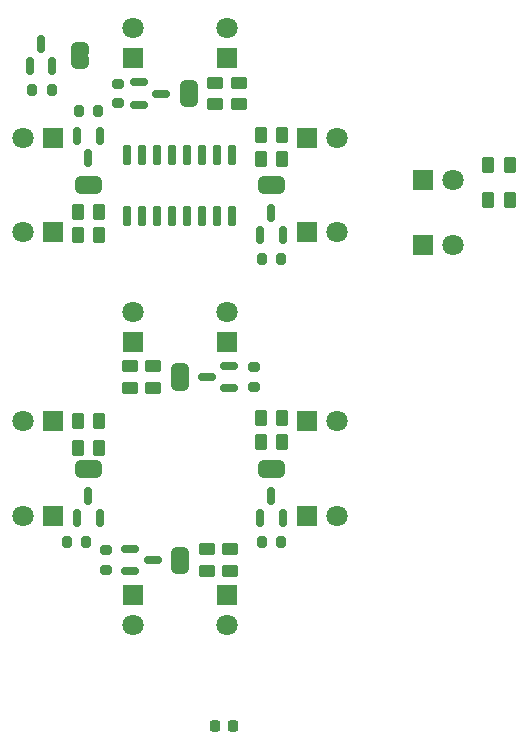
<source format=gbr>
%TF.GenerationSoftware,KiCad,Pcbnew,9.0.6-9.0.6~ubuntu24.04.1*%
%TF.CreationDate,2025-12-08T22:33:50+01:00*%
%TF.ProjectId,7_seg_led_tht_3mm,375f7365-675f-46c6-9564-5f7468745f33,rev?*%
%TF.SameCoordinates,Original*%
%TF.FileFunction,Soldermask,Bot*%
%TF.FilePolarity,Negative*%
%FSLAX46Y46*%
G04 Gerber Fmt 4.6, Leading zero omitted, Abs format (unit mm)*
G04 Created by KiCad (PCBNEW 9.0.6-9.0.6~ubuntu24.04.1) date 2025-12-08 22:33:50*
%MOMM*%
%LPD*%
G01*
G04 APERTURE LIST*
G04 Aperture macros list*
%AMRoundRect*
0 Rectangle with rounded corners*
0 $1 Rounding radius*
0 $2 $3 $4 $5 $6 $7 $8 $9 X,Y pos of 4 corners*
0 Add a 4 corners polygon primitive as box body*
4,1,4,$2,$3,$4,$5,$6,$7,$8,$9,$2,$3,0*
0 Add four circle primitives for the rounded corners*
1,1,$1+$1,$2,$3*
1,1,$1+$1,$4,$5*
1,1,$1+$1,$6,$7*
1,1,$1+$1,$8,$9*
0 Add four rect primitives between the rounded corners*
20,1,$1+$1,$2,$3,$4,$5,0*
20,1,$1+$1,$4,$5,$6,$7,0*
20,1,$1+$1,$6,$7,$8,$9,0*
20,1,$1+$1,$8,$9,$2,$3,0*%
%AMFreePoly0*
4,1,23,0.500000,-0.750000,0.000000,-0.750000,0.000000,-0.745722,-0.065263,-0.745722,-0.191342,-0.711940,-0.304381,-0.646677,-0.396677,-0.554381,-0.461940,-0.441342,-0.495722,-0.315263,-0.495722,-0.250000,-0.500000,-0.250000,-0.500000,0.250000,-0.495722,0.250000,-0.495722,0.315263,-0.461940,0.441342,-0.396677,0.554381,-0.304381,0.646677,-0.191342,0.711940,-0.065263,0.745722,0.000000,0.745722,
0.000000,0.750000,0.500000,0.750000,0.500000,-0.750000,0.500000,-0.750000,$1*%
%AMFreePoly1*
4,1,23,0.000000,0.745722,0.065263,0.745722,0.191342,0.711940,0.304381,0.646677,0.396677,0.554381,0.461940,0.441342,0.495722,0.315263,0.495722,0.250000,0.500000,0.250000,0.500000,-0.250000,0.495722,-0.250000,0.495722,-0.315263,0.461940,-0.441342,0.396677,-0.554381,0.304381,-0.646677,0.191342,-0.711940,0.065263,-0.745722,0.000000,-0.745722,0.000000,-0.750000,-0.500000,-0.750000,
-0.500000,0.750000,0.000000,0.750000,0.000000,0.745722,0.000000,0.745722,$1*%
G04 Aperture macros list end*
%ADD10RoundRect,0.250000X0.262500X0.450000X-0.262500X0.450000X-0.262500X-0.450000X0.262500X-0.450000X0*%
%ADD11R,1.800000X1.800000*%
%ADD12C,1.800000*%
%ADD13FreePoly0,90.000000*%
%ADD14FreePoly1,90.000000*%
%ADD15RoundRect,0.250000X-0.262500X-0.450000X0.262500X-0.450000X0.262500X0.450000X-0.262500X0.450000X0*%
%ADD16FreePoly1,270.000000*%
%ADD17FreePoly0,270.000000*%
%ADD18RoundRect,0.250000X-0.450000X0.262500X-0.450000X-0.262500X0.450000X-0.262500X0.450000X0.262500X0*%
%ADD19RoundRect,0.200000X0.200000X0.275000X-0.200000X0.275000X-0.200000X-0.275000X0.200000X-0.275000X0*%
%ADD20RoundRect,0.150000X0.150000X-0.587500X0.150000X0.587500X-0.150000X0.587500X-0.150000X-0.587500X0*%
%ADD21RoundRect,0.150000X-0.587500X-0.150000X0.587500X-0.150000X0.587500X0.150000X-0.587500X0.150000X0*%
%ADD22RoundRect,0.150000X0.150000X-0.725000X0.150000X0.725000X-0.150000X0.725000X-0.150000X-0.725000X0*%
%ADD23RoundRect,0.250000X0.450000X-0.262500X0.450000X0.262500X-0.450000X0.262500X-0.450000X-0.262500X0*%
%ADD24FreePoly1,0.000000*%
%ADD25FreePoly0,0.000000*%
%ADD26RoundRect,0.200000X-0.200000X-0.275000X0.200000X-0.275000X0.200000X0.275000X-0.200000X0.275000X0*%
%ADD27FreePoly1,180.000000*%
%ADD28FreePoly0,180.000000*%
%ADD29RoundRect,0.200000X0.275000X-0.200000X0.275000X0.200000X-0.275000X0.200000X-0.275000X-0.200000X0*%
%ADD30RoundRect,0.225000X0.225000X0.250000X-0.225000X0.250000X-0.225000X-0.250000X0.225000X-0.250000X0*%
%ADD31RoundRect,0.150000X0.587500X0.150000X-0.587500X0.150000X-0.587500X-0.150000X0.587500X-0.150000X0*%
%ADD32RoundRect,0.150000X-0.150000X0.587500X-0.150000X-0.587500X0.150000X-0.587500X0.150000X0.587500X0*%
%ADD33RoundRect,0.200000X-0.275000X0.200000X-0.275000X-0.200000X0.275000X-0.200000X0.275000X0.200000X0*%
G04 APERTURE END LIST*
%TO.C,JP4*%
G36*
X197750000Y-112900000D02*
G01*
X196250000Y-112900000D01*
X196250000Y-112600000D01*
X197750000Y-112600000D01*
X197750000Y-112900000D01*
G37*
%TO.C,JP7*%
G36*
X196250000Y-97100000D02*
G01*
X197750000Y-97100000D01*
X197750000Y-97400000D01*
X196250000Y-97400000D01*
X196250000Y-97100000D01*
G37*
%TO.C,JP6*%
G36*
X189100000Y-81750000D02*
G01*
X189400000Y-81750000D01*
X189400000Y-80250000D01*
X189100000Y-80250000D01*
X189100000Y-81750000D01*
G37*
%TO.C,JP3*%
G36*
X204900000Y-104250000D02*
G01*
X204600000Y-104250000D01*
X204600000Y-105750000D01*
X204900000Y-105750000D01*
X204900000Y-104250000D01*
G37*
%TO.C,JP5*%
G36*
X189100000Y-105750000D02*
G01*
X189400000Y-105750000D01*
X189400000Y-104250000D01*
X189100000Y-104250000D01*
X189100000Y-105750000D01*
G37*
%TO.C,JP8*%
G36*
X189250000Y-70150000D02*
G01*
X187750000Y-70150000D01*
X187750000Y-69850000D01*
X189250000Y-69850000D01*
X189250000Y-70150000D01*
G37*
%TO.C,JP2*%
G36*
X204900000Y-80250000D02*
G01*
X204600000Y-80250000D01*
X204600000Y-81750000D01*
X204900000Y-81750000D01*
X204900000Y-80250000D01*
G37*
%TO.C,JP1*%
G36*
X198500000Y-73400000D02*
G01*
X197000000Y-73400000D01*
X197000000Y-73100000D01*
X198500000Y-73100000D01*
X198500000Y-73400000D01*
G37*
%TD*%
D10*
%TO.C,R24*%
X223087500Y-82250000D03*
X224912500Y-82250000D03*
%TD*%
%TO.C,R23*%
X223087500Y-79300000D03*
X224912500Y-79300000D03*
%TD*%
D11*
%TO.C,D16*%
X217580000Y-86030000D03*
D12*
X220120000Y-86030000D03*
%TD*%
D11*
%TO.C,D15*%
X217580000Y-80560000D03*
D12*
X220120000Y-80560000D03*
%TD*%
%TO.C,D11*%
X210270000Y-77000000D03*
D11*
X207730000Y-77000000D03*
%TD*%
D13*
%TO.C,JP4*%
X197000000Y-113400000D03*
D14*
X197000000Y-112100000D03*
%TD*%
D15*
%TO.C,R20*%
X205662500Y-100750000D03*
X203837500Y-100750000D03*
%TD*%
D10*
%TO.C,R12*%
X188337500Y-103250000D03*
X190162500Y-103250000D03*
%TD*%
D16*
%TO.C,JP7*%
X197000000Y-97900000D03*
D17*
X197000000Y-96600000D03*
%TD*%
D18*
%TO.C,R18*%
X201250000Y-111837500D03*
X201250000Y-113662500D03*
%TD*%
D10*
%TO.C,R11*%
X188337500Y-85250000D03*
X190162500Y-85250000D03*
%TD*%
D19*
%TO.C,R5*%
X187425000Y-111250000D03*
X189075000Y-111250000D03*
%TD*%
D20*
%TO.C,Q8*%
X185250000Y-69062500D03*
X184300000Y-70937500D03*
X186200000Y-70937500D03*
%TD*%
D12*
%TO.C,D2*%
X183730000Y-101000000D03*
D11*
X186270000Y-101000000D03*
%TD*%
D12*
%TO.C,D8*%
X201000000Y-91730000D03*
D11*
X201000000Y-94270000D03*
%TD*%
D21*
%TO.C,Q4*%
X192812500Y-113700000D03*
X192812500Y-111800000D03*
X194687500Y-112750000D03*
%TD*%
D15*
%TO.C,R22*%
X205662500Y-102750000D03*
X203837500Y-102750000D03*
%TD*%
D12*
%TO.C,D4*%
X183730000Y-109000000D03*
D11*
X186270000Y-109000000D03*
%TD*%
D12*
%TO.C,D14*%
X210270000Y-109000000D03*
D11*
X207730000Y-109000000D03*
%TD*%
D22*
%TO.C,U1*%
X201445000Y-78425000D03*
X200175000Y-78425000D03*
X198905000Y-78425000D03*
X197635000Y-78425000D03*
X196365000Y-78425000D03*
X195095000Y-78425000D03*
X193825000Y-78425000D03*
X192555000Y-78425000D03*
X192555000Y-83575000D03*
X193825000Y-83575000D03*
X195095000Y-83575000D03*
X196365000Y-83575000D03*
X197635000Y-83575000D03*
X198905000Y-83575000D03*
X200175000Y-83575000D03*
X201445000Y-83575000D03*
%TD*%
D23*
%TO.C,R15*%
X192750000Y-96337500D03*
X192750000Y-98162500D03*
%TD*%
D18*
%TO.C,R17*%
X199250000Y-111837500D03*
X199250000Y-113662500D03*
%TD*%
D20*
%TO.C,Q5*%
X189250000Y-107312500D03*
X188300000Y-109187500D03*
X190200000Y-109187500D03*
%TD*%
D24*
%TO.C,JP6*%
X189900000Y-81000000D03*
D25*
X188600000Y-81000000D03*
%TD*%
D26*
%TO.C,R6*%
X190075000Y-74750000D03*
X188425000Y-74750000D03*
%TD*%
D23*
%TO.C,R16*%
X194750000Y-96337500D03*
X194750000Y-98162500D03*
%TD*%
D19*
%TO.C,R2*%
X203925000Y-87250000D03*
X205575000Y-87250000D03*
%TD*%
D12*
%TO.C,D7*%
X193000000Y-91730000D03*
D11*
X193000000Y-94270000D03*
%TD*%
D12*
%TO.C,D6*%
X201000000Y-67730000D03*
D11*
X201000000Y-70270000D03*
%TD*%
D27*
%TO.C,JP3*%
X204100000Y-105000000D03*
D28*
X205400000Y-105000000D03*
%TD*%
D29*
%TO.C,R4*%
X190750000Y-113575000D03*
X190750000Y-111925000D03*
%TD*%
D12*
%TO.C,D1*%
X183730000Y-77000000D03*
D11*
X186270000Y-77000000D03*
%TD*%
D19*
%TO.C,R3*%
X203925000Y-111250000D03*
X205575000Y-111250000D03*
%TD*%
D20*
%TO.C,Q2*%
X204750000Y-83312500D03*
X203800000Y-85187500D03*
X205700000Y-85187500D03*
%TD*%
D12*
%TO.C,D13*%
X210270000Y-85000000D03*
D11*
X207730000Y-85000000D03*
%TD*%
D12*
%TO.C,D5*%
X193000000Y-67730000D03*
D11*
X193000000Y-70270000D03*
%TD*%
D12*
%TO.C,D10*%
X201000000Y-118270000D03*
D11*
X201000000Y-115730000D03*
%TD*%
D10*
%TO.C,R10*%
X190162500Y-101000000D03*
X188337500Y-101000000D03*
%TD*%
D24*
%TO.C,JP5*%
X189900000Y-105000000D03*
D25*
X188600000Y-105000000D03*
%TD*%
D14*
%TO.C,JP8*%
X188500000Y-69350000D03*
D13*
X188500000Y-70650000D03*
%TD*%
D30*
%TO.C,C1*%
X199975000Y-126750000D03*
X201525000Y-126750000D03*
%TD*%
D12*
%TO.C,D3*%
X183730000Y-85000000D03*
D11*
X186270000Y-85000000D03*
%TD*%
D12*
%TO.C,D12*%
X210270000Y-101000000D03*
D11*
X207730000Y-101000000D03*
%TD*%
D20*
%TO.C,Q3*%
X204750000Y-107312500D03*
X203800000Y-109187500D03*
X205700000Y-109187500D03*
%TD*%
D31*
%TO.C,Q7*%
X199312500Y-97250000D03*
X201187500Y-98200000D03*
X201187500Y-96300000D03*
%TD*%
D27*
%TO.C,JP2*%
X204100000Y-81000000D03*
D28*
X205400000Y-81000000D03*
%TD*%
D32*
%TO.C,Q6*%
X189250000Y-78687500D03*
X190200000Y-76812500D03*
X188300000Y-76812500D03*
%TD*%
D12*
%TO.C,D9*%
X193000000Y-118270000D03*
D11*
X193000000Y-115730000D03*
%TD*%
D10*
%TO.C,R9*%
X188337500Y-83250000D03*
X190162500Y-83250000D03*
%TD*%
D15*
%TO.C,R19*%
X203837500Y-76750000D03*
X205662500Y-76750000D03*
%TD*%
D33*
%TO.C,R7*%
X203250000Y-98075000D03*
X203250000Y-96425000D03*
%TD*%
D15*
%TO.C,R21*%
X203837500Y-78750000D03*
X205662500Y-78750000D03*
%TD*%
D19*
%TO.C,R8*%
X184475000Y-72937500D03*
X186125000Y-72937500D03*
%TD*%
D29*
%TO.C,R1*%
X191750000Y-72425000D03*
X191750000Y-74075000D03*
%TD*%
D14*
%TO.C,JP1*%
X197750000Y-72600000D03*
D13*
X197750000Y-73900000D03*
%TD*%
D21*
%TO.C,Q1*%
X193562500Y-74200000D03*
X193562500Y-72300000D03*
X195437500Y-73250000D03*
%TD*%
D23*
%TO.C,R13*%
X200000000Y-72337500D03*
X200000000Y-74162500D03*
%TD*%
%TO.C,R14*%
X202000000Y-72337500D03*
X202000000Y-74162500D03*
%TD*%
M02*

</source>
